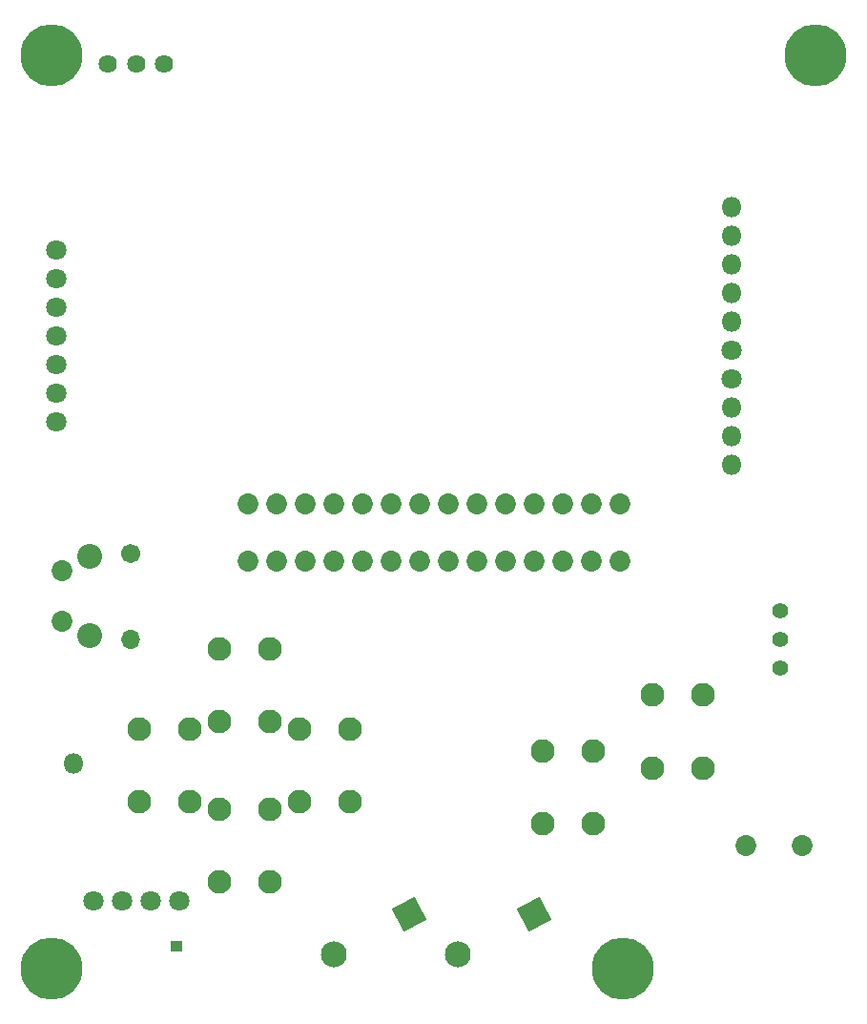
<source format=gbr>
G04 #@! TF.GenerationSoftware,KiCad,Pcbnew,(6.0.4)*
G04 #@! TF.CreationDate,2022-05-01T01:23:01+08:00*
G04 #@! TF.ProjectId,system,73797374-656d-42e6-9b69-6361645f7063,1.0-dev7*
G04 #@! TF.SameCoordinates,Original*
G04 #@! TF.FileFunction,Soldermask,Top*
G04 #@! TF.FilePolarity,Negative*
%FSLAX46Y46*%
G04 Gerber Fmt 4.6, Leading zero omitted, Abs format (unit mm)*
G04 Created by KiCad (PCBNEW (6.0.4)) date 2022-05-01 01:23:01*
%MOMM*%
%LPD*%
G01*
G04 APERTURE LIST*
G04 Aperture macros list*
%AMRoundRect*
0 Rectangle with rounded corners*
0 $1 Rounding radius*
0 $2 $3 $4 $5 $6 $7 $8 $9 X,Y pos of 4 corners*
0 Add a 4 corners polygon primitive as box body*
4,1,4,$2,$3,$4,$5,$6,$7,$8,$9,$2,$3,0*
0 Add four circle primitives for the rounded corners*
1,1,$1+$1,$2,$3*
1,1,$1+$1,$4,$5*
1,1,$1+$1,$6,$7*
1,1,$1+$1,$8,$9*
0 Add four rect primitives between the rounded corners*
20,1,$1+$1,$2,$3,$4,$5,0*
20,1,$1+$1,$4,$5,$6,$7,0*
20,1,$1+$1,$6,$7,$8,$9,0*
20,1,$1+$1,$8,$9,$2,$3,0*%
%AMHorizOval*
0 Thick line with rounded ends*
0 $1 width*
0 $2 $3 position (X,Y) of the first rounded end (center of the circle)*
0 $4 $5 position (X,Y) of the second rounded end (center of the circle)*
0 Add line between two ends*
20,1,$1,$2,$3,$4,$5,0*
0 Add two circle primitives to create the rounded ends*
1,1,$1,$2,$3*
1,1,$1,$4,$5*%
%AMFreePoly0*
4,1,25,0.438533,0.496437,0.442069,0.494973,0.469572,0.467470,0.471036,0.463934,0.474900,0.444501,0.474900,-0.406399,0.471036,-0.425832,0.469572,-0.429368,0.442069,-0.456871,0.438533,-0.458335,0.419100,-0.462199,-0.419099,-0.462199,-0.438532,-0.458335,-0.442068,-0.456871,-0.469571,-0.429368,-0.471035,-0.425832,-0.474899,-0.406399,-0.474899,0.444501,-0.471035,0.463934,-0.469571,0.467470,
-0.442068,0.494973,-0.438532,0.496437,-0.419099,0.500301,0.419100,0.500301,0.438533,0.496437,0.438533,0.496437,$1*%
G04 Aperture macros list end*
%ADD10C,1.851600*%
%ADD11C,5.501599*%
%ADD12C,5.501600*%
%ADD13RoundRect,0.050800X0.467788X1.483635X-1.483635X0.467788X-0.467788X-1.483635X1.483635X-0.467788X0*%
%ADD14HorizOval,2.301600X0.000000X0.000000X0.000000X0.000000X0*%
%ADD15C,1.625600*%
%ADD16C,1.801600*%
%ADD17C,2.101600*%
%ADD18C,1.401600*%
%ADD19FreePoly0,0.000000*%
%ADD20C,1.701600*%
%ADD21O,1.701600X1.701600*%
%ADD22C,2.201600*%
%ADD23O,1.801600X1.801600*%
G04 APERTURE END LIST*
D10*
X167426000Y-140208000D03*
X172426000Y-140208000D03*
D11*
X105791000Y-70104000D03*
D12*
X173609000Y-70104000D03*
D11*
X105791000Y-151130000D03*
X156464000Y-151130000D03*
D13*
X137569023Y-146341476D03*
D14*
X130810000Y-149860000D03*
D15*
X110794800Y-70866000D03*
X113284000Y-70866000D03*
X115773200Y-70866000D03*
D16*
X106200000Y-102616000D03*
X106200000Y-100076000D03*
X106200000Y-97536000D03*
X106200000Y-94996000D03*
X106200000Y-92456000D03*
X106200000Y-89916000D03*
X106200000Y-87376000D03*
D17*
X159131000Y-126850000D03*
X159131000Y-133350000D03*
X163631000Y-126850000D03*
X163631000Y-133350000D03*
X120686000Y-122734000D03*
X120686000Y-129234000D03*
X125186000Y-129234000D03*
X125186000Y-122734000D03*
X125186000Y-136958000D03*
X125186000Y-143458000D03*
X120686000Y-143458000D03*
X120686000Y-136958000D03*
X113574000Y-129846000D03*
X113574000Y-136346000D03*
X118074000Y-129846000D03*
X118074000Y-136346000D03*
X132298000Y-136346000D03*
X132298000Y-129846000D03*
X127798000Y-136346000D03*
X127798000Y-129846000D03*
X149352000Y-131803000D03*
X149352000Y-138303000D03*
X153852000Y-138303000D03*
X153852000Y-131803000D03*
D13*
X148590000Y-146341476D03*
D14*
X141830977Y-149860000D03*
D18*
X170434000Y-124460000D03*
X170434000Y-121920000D03*
X170434000Y-119380000D03*
D19*
X116840000Y-149225000D03*
D20*
X112776000Y-114300000D03*
D21*
X112776000Y-121920000D03*
D22*
X109170000Y-121584000D03*
X109170000Y-114574000D03*
D10*
X106680000Y-115824000D03*
X106680000Y-120324000D03*
X156210000Y-115000000D03*
X153670000Y-115000000D03*
X151130000Y-115000000D03*
X148590000Y-115000000D03*
X146050000Y-115000000D03*
X143510000Y-115000000D03*
X140970000Y-115000000D03*
X138430000Y-115000000D03*
X135890000Y-115000000D03*
X133350000Y-115000000D03*
X130810000Y-115000000D03*
X128270000Y-115000000D03*
X125730000Y-115000000D03*
X123190000Y-115000000D03*
X123190000Y-109920000D03*
X125730000Y-109920000D03*
X128270000Y-109920000D03*
X130810000Y-109920000D03*
X133350000Y-109920000D03*
X135890000Y-109920000D03*
X138430000Y-109920000D03*
X140970000Y-109920000D03*
X143510000Y-109920000D03*
X146050000Y-109920000D03*
X148590000Y-109920000D03*
X151130000Y-109920000D03*
X153670000Y-109920000D03*
X156210000Y-109920000D03*
D16*
X112014000Y-145161000D03*
X114554000Y-145161000D03*
X117094000Y-145161000D03*
X109474000Y-145161000D03*
D23*
X166116000Y-83566000D03*
X166116000Y-86106000D03*
X166116000Y-88646000D03*
X166116000Y-91186000D03*
X166116000Y-93726000D03*
D16*
X166116000Y-96266000D03*
X166116000Y-98806000D03*
D23*
X166116000Y-101346000D03*
X166116000Y-103886000D03*
X166116000Y-106426000D03*
X107696000Y-132969000D03*
M02*

</source>
